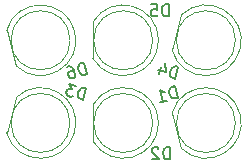
<source format=gbr>
%TF.GenerationSoftware,KiCad,Pcbnew,(7.0.0-0)*%
%TF.CreationDate,2023-03-05T10:41:00+01:00*%
%TF.ProjectId,FancyLight,46616e63-794c-4696-9768-742e6b696361,A*%
%TF.SameCoordinates,Original*%
%TF.FileFunction,Legend,Bot*%
%TF.FilePolarity,Positive*%
%FSLAX46Y46*%
G04 Gerber Fmt 4.6, Leading zero omitted, Abs format (unit mm)*
G04 Created by KiCad (PCBNEW (7.0.0-0)) date 2023-03-05 10:41:00*
%MOMM*%
%LPD*%
G01*
G04 APERTURE LIST*
%ADD10C,0.150000*%
%ADD11C,0.120000*%
G04 APERTURE END LIST*
D10*
X141608029Y-84863829D02*
X141349210Y-83897903D01*
X141349210Y-83897903D02*
X141119228Y-83959527D01*
X141119228Y-83959527D02*
X140993563Y-84042498D01*
X140993563Y-84042498D02*
X140926220Y-84159140D01*
X140926220Y-84159140D02*
X140904873Y-84263458D01*
X140904873Y-84263458D02*
X140908175Y-84459768D01*
X140908175Y-84459768D02*
X140945149Y-84597758D01*
X140945149Y-84597758D02*
X141040445Y-84769419D01*
X141040445Y-84769419D02*
X141111091Y-84849087D01*
X141111091Y-84849087D02*
X141227733Y-84916431D01*
X141227733Y-84916431D02*
X141378047Y-84925453D01*
X141378047Y-84925453D02*
X141608029Y-84863829D01*
X140136143Y-85258220D02*
X140688100Y-85110324D01*
X140412121Y-85184272D02*
X140153302Y-84218346D01*
X140153302Y-84218346D02*
X140282269Y-84331686D01*
X140282269Y-84331686D02*
X140398912Y-84399030D01*
X140398912Y-84399030D02*
X140503229Y-84420377D01*
X140938094Y-90067380D02*
X140938094Y-89067380D01*
X140938094Y-89067380D02*
X140699999Y-89067380D01*
X140699999Y-89067380D02*
X140557142Y-89115000D01*
X140557142Y-89115000D02*
X140461904Y-89210238D01*
X140461904Y-89210238D02*
X140414285Y-89305476D01*
X140414285Y-89305476D02*
X140366666Y-89495952D01*
X140366666Y-89495952D02*
X140366666Y-89638809D01*
X140366666Y-89638809D02*
X140414285Y-89829285D01*
X140414285Y-89829285D02*
X140461904Y-89924523D01*
X140461904Y-89924523D02*
X140557142Y-90019761D01*
X140557142Y-90019761D02*
X140699999Y-90067380D01*
X140699999Y-90067380D02*
X140938094Y-90067380D01*
X139985713Y-89162619D02*
X139938094Y-89115000D01*
X139938094Y-89115000D02*
X139842856Y-89067380D01*
X139842856Y-89067380D02*
X139604761Y-89067380D01*
X139604761Y-89067380D02*
X139509523Y-89115000D01*
X139509523Y-89115000D02*
X139461904Y-89162619D01*
X139461904Y-89162619D02*
X139414285Y-89257857D01*
X139414285Y-89257857D02*
X139414285Y-89353095D01*
X139414285Y-89353095D02*
X139461904Y-89495952D01*
X139461904Y-89495952D02*
X140033332Y-90067380D01*
X140033332Y-90067380D02*
X139414285Y-90067380D01*
X133617859Y-85045895D02*
X133876678Y-84079969D01*
X133876678Y-84079969D02*
X133646696Y-84018346D01*
X133646696Y-84018346D02*
X133496382Y-84027368D01*
X133496382Y-84027368D02*
X133379739Y-84094712D01*
X133379739Y-84094712D02*
X133309093Y-84174380D01*
X133309093Y-84174380D02*
X133213798Y-84346041D01*
X133213798Y-84346041D02*
X133176824Y-84484030D01*
X133176824Y-84484030D02*
X133173522Y-84680341D01*
X133173522Y-84680341D02*
X133194869Y-84784659D01*
X133194869Y-84784659D02*
X133262212Y-84901301D01*
X133262212Y-84901301D02*
X133387877Y-84984272D01*
X133387877Y-84984272D02*
X133617859Y-85045895D01*
X133002745Y-83845800D02*
X132404791Y-83685578D01*
X132404791Y-83685578D02*
X132628169Y-84139823D01*
X132628169Y-84139823D02*
X132490179Y-84102849D01*
X132490179Y-84102849D02*
X132385862Y-84124196D01*
X132385862Y-84124196D02*
X132327540Y-84157868D01*
X132327540Y-84157868D02*
X132256895Y-84237536D01*
X132256895Y-84237536D02*
X132195271Y-84467518D01*
X132195271Y-84467518D02*
X132216618Y-84571836D01*
X132216618Y-84571836D02*
X132250290Y-84630157D01*
X132250290Y-84630157D02*
X132329958Y-84700803D01*
X132329958Y-84700803D02*
X132605937Y-84774751D01*
X132605937Y-84774751D02*
X132710254Y-84753404D01*
X132710254Y-84753404D02*
X132768576Y-84719733D01*
X141417859Y-83245895D02*
X141676678Y-82279969D01*
X141676678Y-82279969D02*
X141446696Y-82218346D01*
X141446696Y-82218346D02*
X141296382Y-82227368D01*
X141296382Y-82227368D02*
X141179739Y-82294712D01*
X141179739Y-82294712D02*
X141109093Y-82374380D01*
X141109093Y-82374380D02*
X141013798Y-82546041D01*
X141013798Y-82546041D02*
X140976824Y-82684030D01*
X140976824Y-82684030D02*
X140973522Y-82880341D01*
X140973522Y-82880341D02*
X140994869Y-82984659D01*
X140994869Y-82984659D02*
X141062212Y-83101301D01*
X141062212Y-83101301D02*
X141187877Y-83184272D01*
X141187877Y-83184272D02*
X141417859Y-83245895D01*
X140210511Y-82232203D02*
X140037965Y-82876154D01*
X140539091Y-81925855D02*
X140584203Y-82677426D01*
X140584203Y-82677426D02*
X139986249Y-82517204D01*
X140838094Y-77967380D02*
X140838094Y-76967380D01*
X140838094Y-76967380D02*
X140599999Y-76967380D01*
X140599999Y-76967380D02*
X140457142Y-77015000D01*
X140457142Y-77015000D02*
X140361904Y-77110238D01*
X140361904Y-77110238D02*
X140314285Y-77205476D01*
X140314285Y-77205476D02*
X140266666Y-77395952D01*
X140266666Y-77395952D02*
X140266666Y-77538809D01*
X140266666Y-77538809D02*
X140314285Y-77729285D01*
X140314285Y-77729285D02*
X140361904Y-77824523D01*
X140361904Y-77824523D02*
X140457142Y-77919761D01*
X140457142Y-77919761D02*
X140599999Y-77967380D01*
X140599999Y-77967380D02*
X140838094Y-77967380D01*
X139361904Y-76967380D02*
X139838094Y-76967380D01*
X139838094Y-76967380D02*
X139885713Y-77443571D01*
X139885713Y-77443571D02*
X139838094Y-77395952D01*
X139838094Y-77395952D02*
X139742856Y-77348333D01*
X139742856Y-77348333D02*
X139504761Y-77348333D01*
X139504761Y-77348333D02*
X139409523Y-77395952D01*
X139409523Y-77395952D02*
X139361904Y-77443571D01*
X139361904Y-77443571D02*
X139314285Y-77538809D01*
X139314285Y-77538809D02*
X139314285Y-77776904D01*
X139314285Y-77776904D02*
X139361904Y-77872142D01*
X139361904Y-77872142D02*
X139409523Y-77919761D01*
X139409523Y-77919761D02*
X139504761Y-77967380D01*
X139504761Y-77967380D02*
X139742856Y-77967380D01*
X139742856Y-77967380D02*
X139838094Y-77919761D01*
X139838094Y-77919761D02*
X139885713Y-77872142D01*
X133908029Y-82863829D02*
X133649210Y-81897903D01*
X133649210Y-81897903D02*
X133419228Y-81959527D01*
X133419228Y-81959527D02*
X133293563Y-82042498D01*
X133293563Y-82042498D02*
X133226220Y-82159140D01*
X133226220Y-82159140D02*
X133204873Y-82263458D01*
X133204873Y-82263458D02*
X133208175Y-82459768D01*
X133208175Y-82459768D02*
X133245149Y-82597758D01*
X133245149Y-82597758D02*
X133340445Y-82769419D01*
X133340445Y-82769419D02*
X133411091Y-82849087D01*
X133411091Y-82849087D02*
X133527733Y-82916431D01*
X133527733Y-82916431D02*
X133678047Y-82925453D01*
X133678047Y-82925453D02*
X133908029Y-82863829D01*
X132269316Y-82267645D02*
X132453302Y-82218346D01*
X132453302Y-82218346D02*
X132557620Y-82239693D01*
X132557620Y-82239693D02*
X132615941Y-82273365D01*
X132615941Y-82273365D02*
X132744908Y-82386705D01*
X132744908Y-82386705D02*
X132840204Y-82558366D01*
X132840204Y-82558366D02*
X132938801Y-82926338D01*
X132938801Y-82926338D02*
X132917454Y-83030655D01*
X132917454Y-83030655D02*
X132883782Y-83088977D01*
X132883782Y-83088977D02*
X132804114Y-83159622D01*
X132804114Y-83159622D02*
X132620128Y-83208921D01*
X132620128Y-83208921D02*
X132515811Y-83187574D01*
X132515811Y-83187574D02*
X132457490Y-83153903D01*
X132457490Y-83153903D02*
X132386844Y-83074234D01*
X132386844Y-83074234D02*
X132325220Y-82844252D01*
X132325220Y-82844252D02*
X132346567Y-82739934D01*
X132346567Y-82739934D02*
X132380239Y-82681613D01*
X132380239Y-82681613D02*
X132459907Y-82610967D01*
X132459907Y-82610967D02*
X132643893Y-82561668D01*
X132643893Y-82561668D02*
X132748211Y-82583015D01*
X132748211Y-82583015D02*
X132806532Y-82616687D01*
X132806532Y-82616687D02*
X132877178Y-82696355D01*
D11*
X141927105Y-89154932D02*
X141127354Y-86170221D01*
X146888238Y-86226577D02*
G75*
G03*
X141127398Y-86170386I-2888238J-773423D01*
G01*
X141927061Y-89154768D02*
G75*
G03*
X146887999Y-86225685I2072939J2154768D01*
G01*
X146500001Y-87000000D02*
G75*
G03*
X146500001Y-87000000I-2500001J0D01*
G01*
X134440000Y-88545000D02*
X134440000Y-85455000D01*
X139989999Y-87000462D02*
G75*
G03*
X134440001Y-85455170I-2989999J462D01*
G01*
X134440000Y-88544830D02*
G75*
G03*
X139990000Y-86999538I2560000J1544830D01*
G01*
X139500000Y-87000000D02*
G75*
G03*
X139500000Y-87000000I-2500000J0D01*
G01*
X127127354Y-87829779D02*
X127927105Y-84845068D01*
X132887999Y-87774315D02*
G75*
G03*
X127927061Y-84845232I-2887999J774315D01*
G01*
X127127398Y-87829614D02*
G75*
G03*
X132888238Y-87773423I2872602J829614D01*
G01*
X132500001Y-87000000D02*
G75*
G03*
X132500001Y-87000000I-2500001J0D01*
G01*
X141127354Y-80829779D02*
X141927105Y-77845068D01*
X146887999Y-80774315D02*
G75*
G03*
X141927061Y-77845232I-2887999J774315D01*
G01*
X141127398Y-80829614D02*
G75*
G03*
X146888238Y-80773423I2872602J829614D01*
G01*
X146500001Y-80000000D02*
G75*
G03*
X146500001Y-80000000I-2500001J0D01*
G01*
X134440000Y-81545000D02*
X134440000Y-78455000D01*
X139989999Y-80000462D02*
G75*
G03*
X134440001Y-78455170I-2989999J462D01*
G01*
X134440000Y-81544830D02*
G75*
G03*
X139990000Y-79999538I2560000J1544830D01*
G01*
X139500000Y-80000000D02*
G75*
G03*
X139500000Y-80000000I-2500000J0D01*
G01*
X127927105Y-82154932D02*
X127127354Y-79170221D01*
X132888238Y-79226577D02*
G75*
G03*
X127127398Y-79170386I-2888238J-773423D01*
G01*
X127927061Y-82154768D02*
G75*
G03*
X132887999Y-79225685I2072939J2154768D01*
G01*
X132500001Y-80000000D02*
G75*
G03*
X132500001Y-80000000I-2500001J0D01*
G01*
M02*

</source>
